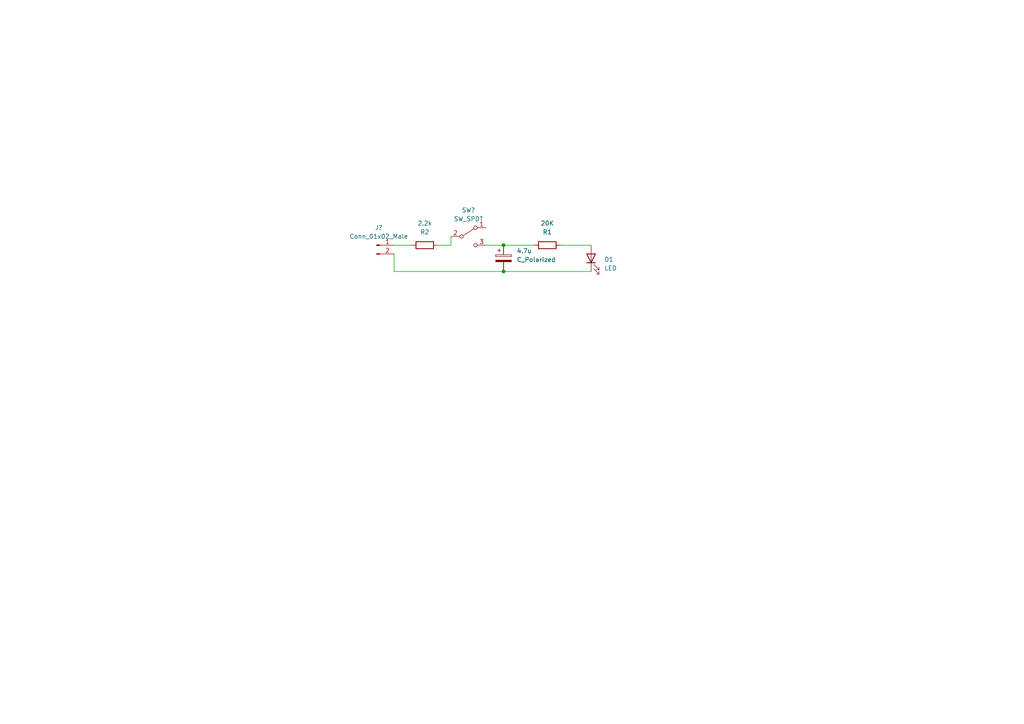
<source format=kicad_sch>
(kicad_sch (version 20211123) (generator eeschema)
  (paper "A4")
  (lib_symbols
    (symbol "Connector:Conn_01x02_Male" (pin_names (offset 1.016) hide)
      (property "Reference" "J" (at 0 2.54 0))
      (property "Value" "Conn_01x02_Male" (at 0 -5.08 0))
      (symbol "Conn_01x02_Male_1_1"
        (polyline (pts (xy 1.27 -2.54) (xy 0.8636 -2.54)) (stroke (width 0.1524)))
        (polyline (pts (xy 1.27 0) (xy 0.8636 0)) (stroke (width 0.1524)))
        (rectangle (start 0.8636 -2.413) (end 0 -2.667) (stroke (width 0.1524)) (fill (type outline)))
        (rectangle (start 0.8636 0.127) (end 0 -0.127) (stroke (width 0.1524)) (fill (type outline)))
        (pin passive line (at 5.08 0 180) (length 3.81) (name "Pin_1") (number "1"))
        (pin passive line (at 5.08 -2.54 180) (length 3.81) (name "Pin_2") (number "2"))
      )
    )
    (symbol "Device:C_Polarized" (pin_numbers hide) (pin_names (offset 0.254))
      (property "Reference" "C" (at 0.635 2.54 0))
      (property "Value" "C_Polarized" (at 0.635 -2.54 0))
      (symbol "C_Polarized_0_1"
        (rectangle (start -2.286 0.508) (end 2.286 1.016))
        (polyline (pts (xy -1.778 2.286) (xy -0.762 2.286)))
        (polyline (pts (xy -1.27 2.794) (xy -1.27 1.778)))
        (rectangle (start 2.286 -0.508) (end -2.286 -1.016) (fill (type outline)))
      )
      (symbol "C_Polarized_1_1"
        (pin passive line (at 0 3.81 270) (length 2.794) (name "~") (number "1"))
        (pin passive line (at 0 -3.81 90) (length 2.794) (name "~") (number "2"))
      )
    )
    (symbol "Device:LED" (pin_numbers hide) (pin_names (offset 1.016) hide)
      (property "Reference" "D" (at 0 2.54 0))
      (property "Value" "LED" (at 0 -2.54 0))
      (symbol "LED_0_1"
        (polyline (pts (xy -1.27 -1.27) (xy -1.27 1.27)) (stroke (width 0.254)))
        (polyline (pts (xy -1.27 0) (xy 1.27 0)))
        (polyline (pts (xy 1.27 -1.27) (xy 1.27 1.27) (xy -1.27 0) (xy 1.27 -1.27)) (stroke (width 0.254)))
        (polyline (pts (xy -3.048 -0.762) (xy -4.572 -2.286) (xy -3.81 -2.286) (xy -4.572 -2.286) (xy -4.572 -1.524)))
        (polyline (pts (xy -1.778 -0.762) (xy -3.302 -2.286) (xy -2.54 -2.286) (xy -3.302 -2.286) (xy -3.302 -1.524)))
      )
      (symbol "LED_1_1"
        (pin passive line (at -3.81 0 0) (length 2.54) (name "K") (number "1"))
        (pin passive line (at 3.81 0 180) (length 2.54) (name "A") (number "2"))
      )
    )
    (symbol "Device:R" (pin_numbers hide) (pin_names (offset 0))
      (property "Reference" "R" (at 2.032 0 90))
      (property "Value" "R" (at 0 0 90))
      (symbol "R_0_1"
        (rectangle (start -1.016 -2.54) (end 1.016 2.54) (stroke (width 0.254)))
      )
      (symbol "R_1_1"
        (pin passive line (at 0 3.81 270) (length 1.27) (name "~") (number "1"))
        (pin passive line (at 0 -3.81 90) (length 1.27) (name "~") (number "2"))
      )
    )
    (symbol "Switch:SW_SPDT" (pin_names (offset 0) hide)
      (property "Reference" "SW" (at 0 4.318 0))
      (property "Value" "SW_SPDT" (at 0 -5.08 0))
      (symbol "SW_SPDT_0_0"
        (circle (center -2.032 0) (radius 0.508))
        (circle (center 2.032 -2.54) (radius 0.508))
      )
      (symbol "SW_SPDT_0_1"
        (polyline (pts (xy -1.524 0.254) (xy 1.651 2.286)))
        (circle (center 2.032 2.54) (radius 0.508))
      )
      (symbol "SW_SPDT_1_1"
        (pin passive line (at 5.08 2.54 180) (length 2.54) (name "A") (number "1"))
        (pin passive line (at -5.08 0 0) (length 2.54) (name "B") (number "2"))
        (pin passive line (at 5.08 -2.54 180) (length 2.54) (name "C") (number "3"))
      )
    )
  )
  (junction (at 146.05 78.74))
  (junction (at 146.05 71.12))
  (wire (pts (xy 171.45 71.12) (xy 162.56 71.12)))
  (wire (pts (xy 146.05 71.12) (xy 154.94 71.12)))
  (wire (pts (xy 146.05 78.74) (xy 171.45 78.74)))
  (wire (pts (xy 130.81 68.58) (xy 130.81 71.12)))
  (wire (pts (xy 127 71.12) (xy 130.81 71.12)))
  (wire (pts (xy 114.3 78.74) (xy 114.3 73.66)))
  (wire (pts (xy 114.3 78.74) (xy 146.05 78.74)))
  (wire (pts (xy 114.3 71.12) (xy 119.38 71.12)))
  (wire (pts (xy 140.97 71.12) (xy 146.05 71.12)))
  (symbol (lib_id "Device:LED") (at 171.45 74.93 90) (unit 1)
    (property "Reference" "D1" (at 175.26 75.2474 90) (effects (justify right)))
    (property "Value" "LED" (at 175.26 77.7874 90) (effects (justify right)))
  )
  (symbol (lib_id "Device:R") (at 158.75 71.12 90) (unit 1)
    (property "Reference" "20K" (at 158.75 64.77 90))
    (property "Value" "R1" (at 158.75 67.31 90))
  )
  (symbol (lib_id "Device:R") (at 123.19 71.12 90) (unit 1)
    (property "Reference" "2.2k" (at 123.19 64.77 90))
    (property "Value" "R2" (at 123.19 67.31 90))
  )
  (symbol (lib_id "Device:C_Polarized") (at 146.05 74.93 0) (unit 1)
    (property "Reference" "4.7u" (at 149.86 72.7709 0) (effects (justify left)))
    (property "Value" "C_Polarized" (at 149.86 75.3109 0) (effects (justify left)))
  )
  (symbol (lib_id "Connector:Conn_01x02_Male") (at 109.22 71.12 0) (unit 1)
    (property "Reference" "J?" (at 109.855 66.04 0))
    (property "Value" "Conn_01x02_Male" (at 109.855 68.58 0))
  )
  (symbol (lib_id "Switch:SW_SPDT") (at 135.89 68.58 0) (unit 1)
    (property "Reference" "SW?" (at 135.89 60.96 0))
    (property "Value" "SW_SPDT" (at 135.89 63.5 0))
  )
)
</source>
